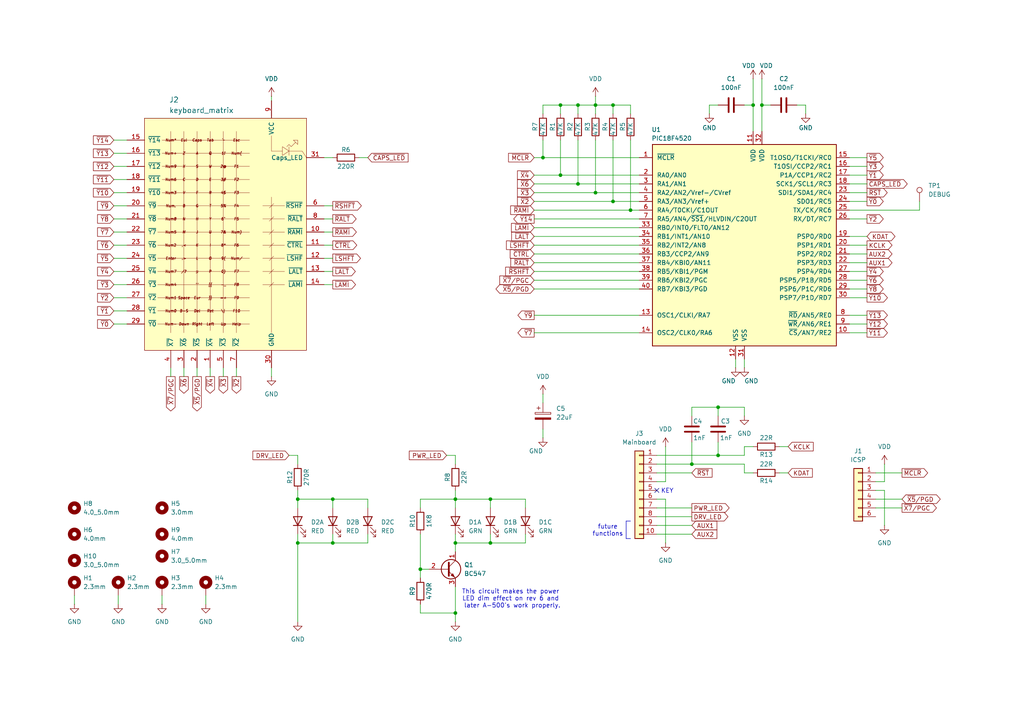
<source format=kicad_sch>
(kicad_sch (version 20250114) (generator "eeschema") (generator_version "9.0")
  (paper "A4")
  (title_block (title "Mitsumi PCB A-500 Redone") (date "2026-01-21") (rev "1.1") (company "Dennis van Weeren"))
  (text "KEY\n" (at 193.548 142.494 0) (effects (font (size 1.27 1.27))))
  (text "future\nfunctions" (at 176.276 153.924 0) (effects (font (size 1.27 1.27))))
  (text "This circuit makes the power \nLED dim effect on rev 6 and \nlater A-500's work properly." (at 148.59 173.736 0) (effects (font (size 1.27 1.27))))
  (junction (at 132.08 157.48))
  (junction (at 86.36 157.48))
  (junction (at 172.72 55.88))
  (junction (at 172.72 30.48))
  (junction (at 96.52 144.78))
  (junction (at 162.56 30.48))
  (junction (at 167.64 30.48))
  (junction (at 132.08 144.78))
  (junction (at 167.64 53.34))
  (junction (at 132.08 177.8))
  (junction (at 142.24 157.48))
  (junction (at 200.66 134.62))
  (junction (at 182.88 60.96))
  (junction (at 96.52 157.48))
  (junction (at 157.48 45.72))
  (junction (at 220.98 30.48))
  (junction (at 208.28 118.11))
  (junction (at 208.28 132.08))
  (junction (at 86.36 144.78))
  (junction (at 177.8 58.42))
  (junction (at 218.44 30.48))
  (junction (at 121.92 165.1))
  (junction (at 177.8 30.48))
  (junction (at 162.56 50.8))
  (junction (at 142.24 144.78))
  (no_connect (at 190.5 142.24))
  (wire (pts (xy 177.8 40.64) (xy 177.8 58.42)))
  (wire (pts (xy 190.5 137.16) (xy 200.66 137.16)))
  (wire (pts (xy 132.08 177.8) (xy 132.08 180.34)))
  (wire (pts (xy 246.38 50.8) (xy 251.46 50.8)))
  (wire (pts (xy 154.94 73.66) (xy 185.42 73.66)))
  (wire (pts (xy 154.94 83.82) (xy 185.42 83.82)))
  (wire (pts (xy 228.6 137.16) (xy 226.06 137.16)))
  (wire (pts (xy 157.48 45.72) (xy 185.42 45.72)))
  (wire (pts (xy 167.64 30.48) (xy 167.64 33.02)))
  (wire (pts (xy 96.52 82.55) (xy 93.98 82.55)))
  (wire (pts (xy 33.02 86.36) (xy 36.83 86.36)))
  (wire (pts (xy 154.94 63.5) (xy 185.42 63.5)))
  (wire (pts (xy 246.38 86.36) (xy 251.46 86.36)))
  (polyline (pts (xy 182.88 151.13) (xy 181.61 151.13)))
  (wire (pts (xy 233.68 30.48) (xy 233.68 33.02)))
  (polyline (pts (xy 181.61 151.13) (xy 181.61 156.21)))
  (wire (pts (xy 205.74 33.02) (xy 205.74 30.48)))
  (wire (pts (xy 33.02 52.07) (xy 36.83 52.07)))
  (wire (pts (xy 46.99 175.26) (xy 46.99 172.72)))
  (wire (pts (xy 34.29 175.26) (xy 34.29 172.72)))
  (wire (pts (xy 33.02 78.74) (xy 36.83 78.74)))
  (wire (pts (xy 256.54 139.7) (xy 256.54 134.62)))
  (wire (pts (xy 220.98 38.1) (xy 220.98 30.48)))
  (wire (pts (xy 157.48 30.48) (xy 162.56 30.48)))
  (wire (pts (xy 256.54 142.24) (xy 256.54 152.4)))
  (wire (pts (xy 33.02 71.12) (xy 36.83 71.12)))
  (wire (pts (xy 251.46 55.88) (xy 246.38 55.88)))
  (wire (pts (xy 200.66 118.11) (xy 208.28 118.11)))
  (wire (pts (xy 251.46 78.74) (xy 246.38 78.74)))
  (wire (pts (xy 246.38 60.96) (xy 266.7 60.96)))
  (wire (pts (xy 157.48 114.3) (xy 157.48 116.84)))
  (wire (pts (xy 162.56 40.64) (xy 162.56 50.8)))
  (wire (pts (xy 86.36 157.48) (xy 96.52 157.48)))
  (wire (pts (xy 86.36 142.24) (xy 86.36 144.78)))
  (wire (pts (xy 208.28 118.11) (xy 215.9 118.11)))
  (wire (pts (xy 132.08 157.48) (xy 132.08 160.02)))
  (wire (pts (xy 208.28 128.27) (xy 208.28 132.08)))
  (wire (pts (xy 266.7 60.96) (xy 266.7 58.42)))
  (wire (pts (xy 157.48 33.02) (xy 157.48 30.48)))
  (wire (pts (xy 162.56 50.8) (xy 185.42 50.8)))
  (wire (pts (xy 246.38 76.2) (xy 251.46 76.2)))
  (wire (pts (xy 251.46 53.34) (xy 246.38 53.34)))
  (wire (pts (xy 86.36 144.78) (xy 96.52 144.78)))
  (wire (pts (xy 96.52 74.93) (xy 93.98 74.93)))
  (wire (pts (xy 152.4 144.78) (xy 152.4 147.32)))
  (wire (pts (xy 205.74 30.48) (xy 208.28 30.48)))
  (wire (pts (xy 96.52 71.12) (xy 93.98 71.12)))
  (wire (pts (xy 78.74 109.22) (xy 78.74 106.68)))
  (wire (pts (xy 215.9 30.48) (xy 218.44 30.48)))
  (wire (pts (xy 215.9 118.11) (xy 215.9 120.65)))
  (wire (pts (xy 49.53 109.22) (xy 49.53 106.68)))
  (wire (pts (xy 162.56 30.48) (xy 167.64 30.48)))
  (wire (pts (xy 121.92 154.94) (xy 121.92 165.1)))
  (wire (pts (xy 64.77 109.22) (xy 64.77 106.68)))
  (wire (pts (xy 157.48 124.46) (xy 157.48 127)))
  (wire (pts (xy 59.69 175.26) (xy 59.69 172.72)))
  (wire (pts (xy 213.36 106.68) (xy 213.36 104.14)))
  (wire (pts (xy 246.38 68.58) (xy 251.46 68.58)))
  (wire (pts (xy 33.02 82.55) (xy 36.83 82.55)))
  (wire (pts (xy 78.74 27.94) (xy 78.74 29.21)))
  (wire (pts (xy 33.02 48.26) (xy 36.83 48.26)))
  (wire (pts (xy 142.24 144.78) (xy 152.4 144.78)))
  (wire (pts (xy 106.68 144.78) (xy 106.68 147.32)))
  (wire (pts (xy 190.5 134.62) (xy 200.66 134.62)))
  (wire (pts (xy 246.38 93.98) (xy 251.46 93.98)))
  (wire (pts (xy 251.46 71.12) (xy 246.38 71.12)))
  (wire (pts (xy 93.98 45.72) (xy 96.52 45.72)))
  (wire (pts (xy 162.56 33.02) (xy 162.56 30.48)))
  (wire (pts (xy 132.08 170.18) (xy 132.08 177.8)))
  (wire (pts (xy 154.94 96.52) (xy 185.42 96.52)))
  (wire (pts (xy 215.9 106.68) (xy 215.9 104.14)))
  (wire (pts (xy 33.02 90.17) (xy 36.83 90.17)))
  (wire (pts (xy 142.24 144.78) (xy 142.24 147.32)))
  (wire (pts (xy 254 137.16) (xy 261.62 137.16)))
  (wire (pts (xy 182.88 40.64) (xy 182.88 60.96)))
  (wire (pts (xy 96.52 144.78) (xy 96.52 147.32)))
  (wire (pts (xy 208.28 118.11) (xy 208.28 120.65)))
  (wire (pts (xy 121.92 144.78) (xy 121.92 147.32)))
  (wire (pts (xy 251.46 45.72) (xy 246.38 45.72)))
  (wire (pts (xy 246.38 63.5) (xy 251.46 63.5)))
  (wire (pts (xy 33.02 63.5) (xy 36.83 63.5)))
  (wire (pts (xy 193.04 144.78) (xy 193.04 157.48)))
  (wire (pts (xy 129.54 132.08) (xy 132.08 132.08)))
  (wire (pts (xy 86.36 144.78) (xy 86.36 147.32)))
  (wire (pts (xy 254 139.7) (xy 256.54 139.7)))
  (wire (pts (xy 167.64 53.34) (xy 185.42 53.34)))
  (wire (pts (xy 231.14 30.48) (xy 233.68 30.48)))
  (wire (pts (xy 132.08 132.08) (xy 132.08 134.62)))
  (wire (pts (xy 96.52 67.31) (xy 93.98 67.31)))
  (wire (pts (xy 33.02 40.64) (xy 36.83 40.64)))
  (wire (pts (xy 132.08 154.94) (xy 132.08 157.48)))
  (wire (pts (xy 154.94 91.44) (xy 185.42 91.44)))
  (wire (pts (xy 106.68 157.48) (xy 106.68 154.94)))
  (wire (pts (xy 218.44 22.86) (xy 218.44 30.48)))
  (wire (pts (xy 251.46 81.28) (xy 246.38 81.28)))
  (wire (pts (xy 96.52 78.74) (xy 93.98 78.74)))
  (wire (pts (xy 157.48 40.64) (xy 157.48 45.72)))
  (wire (pts (xy 246.38 96.52) (xy 251.46 96.52)))
  (wire (pts (xy 177.8 30.48) (xy 177.8 33.02)))
  (wire (pts (xy 121.92 165.1) (xy 124.46 165.1)))
  (wire (pts (xy 200.66 134.62) (xy 215.9 134.62)))
  (wire (pts (xy 154.94 66.04) (xy 185.42 66.04)))
  (wire (pts (xy 154.94 68.58) (xy 185.42 68.58)))
  (wire (pts (xy 172.72 30.48) (xy 177.8 30.48)))
  (wire (pts (xy 132.08 157.48) (xy 142.24 157.48)))
  (wire (pts (xy 190.5 139.7) (xy 193.04 139.7)))
  (wire (pts (xy 251.46 58.42) (xy 246.38 58.42)))
  (wire (pts (xy 190.5 149.86) (xy 200.66 149.86)))
  (wire (pts (xy 33.02 44.45) (xy 36.83 44.45)))
  (wire (pts (xy 167.64 30.48) (xy 172.72 30.48)))
  (wire (pts (xy 200.66 120.65) (xy 200.66 118.11)))
  (wire (pts (xy 254 147.32) (xy 261.62 147.32)))
  (wire (pts (xy 182.88 30.48) (xy 182.88 33.02)))
  (wire (pts (xy 251.46 83.82) (xy 246.38 83.82)))
  (wire (pts (xy 86.36 132.08) (xy 86.36 134.62)))
  (wire (pts (xy 154.94 78.74) (xy 185.42 78.74)))
  (wire (pts (xy 68.58 109.22) (xy 68.58 106.68)))
  (wire (pts (xy 190.5 152.4) (xy 200.66 152.4)))
  (wire (pts (xy 154.94 45.72) (xy 157.48 45.72)))
  (polyline (pts (xy 181.61 156.21) (xy 182.88 156.21)))
  (wire (pts (xy 132.08 144.78) (xy 132.08 147.32)))
  (wire (pts (xy 254 144.78) (xy 261.62 144.78)))
  (wire (pts (xy 215.9 134.62) (xy 215.9 137.16)))
  (wire (pts (xy 152.4 157.48) (xy 152.4 154.94)))
  (wire (pts (xy 218.44 30.48) (xy 218.44 38.1)))
  (wire (pts (xy 154.94 76.2) (xy 185.42 76.2)))
  (wire (pts (xy 60.96 109.22) (xy 60.96 106.68)))
  (wire (pts (xy 33.02 55.88) (xy 36.83 55.88)))
  (wire (pts (xy 172.72 40.64) (xy 172.72 55.88)))
  (wire (pts (xy 121.92 175.26) (xy 121.92 177.8)))
  (wire (pts (xy 167.64 40.64) (xy 167.64 53.34)))
  (wire (pts (xy 96.52 63.5) (xy 93.98 63.5)))
  (wire (pts (xy 96.52 59.69) (xy 93.98 59.69)))
  (wire (pts (xy 154.94 55.88) (xy 172.72 55.88)))
  (wire (pts (xy 177.8 58.42) (xy 185.42 58.42)))
  (wire (pts (xy 96.52 144.78) (xy 106.68 144.78)))
  (wire (pts (xy 172.72 27.94) (xy 172.72 30.48)))
  (wire (pts (xy 220.98 30.48) (xy 223.52 30.48)))
  (wire (pts (xy 193.04 129.54) (xy 193.04 139.7)))
  (wire (pts (xy 154.94 50.8) (xy 162.56 50.8)))
  (wire (pts (xy 172.72 30.48) (xy 172.72 33.02)))
  (wire (pts (xy 33.02 59.69) (xy 36.83 59.69)))
  (wire (pts (xy 154.94 53.34) (xy 167.64 53.34)))
  (wire (pts (xy 121.92 165.1) (xy 121.92 167.64)))
  (wire (pts (xy 254 142.24) (xy 256.54 142.24)))
  (wire (pts (xy 121.92 177.8) (xy 132.08 177.8)))
  (wire (pts (xy 86.36 154.94) (xy 86.36 157.48)))
  (wire (pts (xy 33.02 93.98) (xy 36.83 93.98)))
  (wire (pts (xy 53.34 109.22) (xy 53.34 106.68)))
  (wire (pts (xy 251.46 48.26) (xy 246.38 48.26)))
  (wire (pts (xy 132.08 144.78) (xy 142.24 144.78)))
  (wire (pts (xy 121.92 144.78) (xy 132.08 144.78)))
  (wire (pts (xy 215.9 137.16) (xy 218.44 137.16)))
  (wire (pts (xy 142.24 157.48) (xy 152.4 157.48)))
  (wire (pts (xy 190.5 154.94) (xy 200.66 154.94)))
  (wire (pts (xy 154.94 81.28) (xy 185.42 81.28)))
  (wire (pts (xy 172.72 55.88) (xy 185.42 55.88)))
  (wire (pts (xy 33.02 67.31) (xy 36.83 67.31)))
  (wire (pts (xy 218.44 129.54) (xy 215.9 129.54)))
  (wire (pts (xy 220.98 22.86) (xy 220.98 30.48)))
  (wire (pts (xy 208.28 132.08) (xy 215.9 132.08)))
  (wire (pts (xy 57.15 109.22) (xy 57.15 106.68)))
  (wire (pts (xy 228.6 129.54) (xy 226.06 129.54)))
  (wire (pts (xy 251.46 73.66) (xy 246.38 73.66)))
  (wire (pts (xy 33.02 74.93) (xy 36.83 74.93)))
  (wire (pts (xy 96.52 157.48) (xy 106.68 157.48)))
  (wire (pts (xy 215.9 129.54) (xy 215.9 132.08)))
  (wire (pts (xy 154.94 58.42) (xy 177.8 58.42)))
  (wire (pts (xy 200.66 128.27) (xy 200.66 134.62)))
  (wire (pts (xy 142.24 154.94) (xy 142.24 157.48)))
  (wire (pts (xy 96.52 154.94) (xy 96.52 157.48)))
  (wire (pts (xy 154.94 60.96) (xy 182.88 60.96)))
  (wire (pts (xy 246.38 91.44) (xy 251.46 91.44)))
  (wire (pts (xy 104.14 45.72) (xy 106.68 45.72)))
  (wire (pts (xy 190.5 144.78) (xy 193.04 144.78)))
  (wire (pts (xy 190.5 132.08) (xy 208.28 132.08)))
  (wire (pts (xy 154.94 71.12) (xy 185.42 71.12)))
  (wire (pts (xy 86.36 157.48) (xy 86.36 180.34)))
  (wire (pts (xy 182.88 60.96) (xy 185.42 60.96)))
  (wire (pts (xy 21.59 175.26) (xy 21.59 172.72)))
  (wire (pts (xy 177.8 30.48) (xy 182.88 30.48)))
  (wire (pts (xy 132.08 142.24) (xy 132.08 144.78)))
  (wire (pts (xy 83.82 132.08) (xy 86.36 132.08)))
  (wire (pts (xy 190.5 147.32) (xy 200.66 147.32)))
  (global_label "DRV_LED" (shape input) (at 83.82 132.08 180) (property "Intersheetrefs" "${INTERSHEET_REFS}" (effects (hide yes))))
  (global_label "~{X3}" (shape output) (at 64.77 109.22 270) (property "Intersheetrefs" "${INTERSHEET_REFS}" (effects (hide yes))))
  (global_label "~{X3}" (shape input) (at 154.94 55.88 180) (property "Intersheetrefs" "${INTERSHEET_REFS}" (effects (hide yes))))
  (global_label "~{RSHFT}" (shape output) (at 96.52 59.69 0) (property "Intersheetrefs" "${INTERSHEET_REFS}" (effects (hide yes))))
  (global_label "~{Y2}" (shape output) (at 251.46 63.5 0) (property "Intersheetrefs" "${INTERSHEET_REFS}" (effects (hide yes))))
  (global_label "~{LAMI}" (shape input) (at 154.94 66.04 180) (property "Intersheetrefs" "${INTERSHEET_REFS}" (effects (hide yes))))
  (global_label "DRV_LED" (shape output) (at 200.66 149.86 0) (property "Intersheetrefs" "${INTERSHEET_REFS}" (effects (hide yes))))
  (global_label "~{Y7}" (shape output) (at 154.94 96.52 180) (property "Intersheetrefs" "${INTERSHEET_REFS}" (effects (hide yes))))
  (global_label "~{X5}{slash}PGD" (shape output) (at 57.15 109.22 270) (property "Intersheetrefs" "${INTERSHEET_REFS}" (effects (hide yes))))
  (global_label "~{RAMI}" (shape output) (at 96.52 67.31 0) (property "Intersheetrefs" "${INTERSHEET_REFS}" (effects (hide yes))))
  (global_label "~{LSHFT}" (shape input) (at 154.94 71.12 180) (property "Intersheetrefs" "${INTERSHEET_REFS}" (effects (hide yes))))
  (global_label "~{LALT}" (shape output) (at 96.52 78.74 0) (property "Intersheetrefs" "${INTERSHEET_REFS}" (effects (hide yes))))
  (global_label "~{Y4}" (shape output) (at 251.46 78.74 0) (property "Intersheetrefs" "${INTERSHEET_REFS}" (effects (hide yes))))
  (global_label "~{X7}{slash}PGC" (shape input) (at 154.94 81.28 180) (property "Intersheetrefs" "${INTERSHEET_REFS}" (effects (hide yes))))
  (global_label "AUX1" (shape output) (at 251.46 76.2 0) (property "Intersheetrefs" "${INTERSHEET_REFS}" (effects (hide yes))))
  (global_label "~{Y14}" (shape output) (at 154.94 63.5 180) (property "Intersheetrefs" "${INTERSHEET_REFS}" (effects (hide yes))))
  (global_label "KCLK" (shape input) (at 228.6 129.54 0) (property "Intersheetrefs" "${INTERSHEET_REFS}" (effects (hide yes))))
  (global_label "~{X4}" (shape input) (at 154.94 50.8 180) (property "Intersheetrefs" "${INTERSHEET_REFS}" (effects (hide yes))))
  (global_label "~{Y8}" (shape input) (at 33.02 63.5 180) (property "Intersheetrefs" "${INTERSHEET_REFS}" (effects (hide yes))))
  (global_label "~{Y10}" (shape input) (at 33.02 55.88 180) (property "Intersheetrefs" "${INTERSHEET_REFS}" (effects (hide yes))))
  (global_label "~{Y9}" (shape output) (at 154.94 91.44 180) (property "Intersheetrefs" "${INTERSHEET_REFS}" (effects (hide yes))))
  (global_label "AUX1" (shape input) (at 200.66 152.4 0) (property "Intersheetrefs" "${INTERSHEET_REFS}" (effects (hide yes))))
  (global_label "~{X2}" (shape input) (at 154.94 58.42 180) (property "Intersheetrefs" "${INTERSHEET_REFS}" (effects (hide yes))))
  (global_label "~{RST}" (shape output) (at 251.46 55.88 0) (property "Intersheetrefs" "${INTERSHEET_REFS}" (effects (hide yes))))
  (global_label "~{Y6}" (shape input) (at 33.02 71.12 180) (property "Intersheetrefs" "${INTERSHEET_REFS}" (effects (hide yes))))
  (global_label "~{Y3}" (shape output) (at 251.46 48.26 0) (property "Intersheetrefs" "${INTERSHEET_REFS}" (effects (hide yes))))
  (global_label "~{X5}{slash}PGD" (shape bidirectional) (at 154.94 83.82 180) (property "Intersheetrefs" "${INTERSHEET_REFS}" (effects (hide yes))))
  (global_label "~{RALT}" (shape input) (at 154.94 76.2 180) (property "Intersheetrefs" "${INTERSHEET_REFS}" (effects (hide yes))))
  (global_label "PWR_LED" (shape input) (at 129.54 132.08 180) (property "Intersheetrefs" "${INTERSHEET_REFS}" (effects (hide yes))))
  (global_label "~{X6}" (shape input) (at 154.94 53.34 180) (property "Intersheetrefs" "${INTERSHEET_REFS}" (effects (hide yes))))
  (global_label "~{RAMI}" (shape input) (at 154.94 60.96 180) (property "Intersheetrefs" "${INTERSHEET_REFS}" (effects (hide yes))))
  (global_label "~{Y12}" (shape input) (at 33.02 48.26 180) (property "Intersheetrefs" "${INTERSHEET_REFS}" (effects (hide yes))))
  (global_label "KDAT" (shape bidirectional) (at 251.46 68.58 0) (property "Intersheetrefs" "${INTERSHEET_REFS}" (effects (hide yes))))
  (global_label "~{RALT}" (shape output) (at 96.52 63.5 0) (property "Intersheetrefs" "${INTERSHEET_REFS}" (effects (hide yes))))
  (global_label "PWR_LED" (shape output) (at 200.66 147.32 0) (property "Intersheetrefs" "${INTERSHEET_REFS}" (effects (hide yes))))
  (global_label "~{CAPS_LED}" (shape output) (at 251.46 53.34 0) (property "Intersheetrefs" "${INTERSHEET_REFS}" (effects (hide yes))))
  (global_label "KCLK" (shape output) (at 251.46 71.12 0) (property "Intersheetrefs" "${INTERSHEET_REFS}" (effects (hide yes))))
  (global_label "~{Y5}" (shape output) (at 251.46 45.72 0) (property "Intersheetrefs" "${INTERSHEET_REFS}" (effects (hide yes))))
  (global_label "~{Y3}" (shape input) (at 33.02 82.55 180) (property "Intersheetrefs" "${INTERSHEET_REFS}" (effects (hide yes))))
  (global_label "~{Y14}" (shape input) (at 33.02 40.64 180) (property "Intersheetrefs" "${INTERSHEET_REFS}" (effects (hide yes))))
  (global_label "~{Y2}" (shape input) (at 33.02 86.36 180) (property "Intersheetrefs" "${INTERSHEET_REFS}" (effects (hide yes))))
  (global_label "~{X5}{slash}PGD" (shape bidirectional) (at 261.62 144.78 0) (property "Intersheetrefs" "${INTERSHEET_REFS}" (effects (hide yes))))
  (global_label "~{Y11}" (shape output) (at 251.46 96.52 0) (property "Intersheetrefs" "${INTERSHEET_REFS}" (effects (hide yes))))
  (global_label "~{Y8}" (shape output) (at 251.46 83.82 0) (property "Intersheetrefs" "${INTERSHEET_REFS}" (effects (hide yes))))
  (global_label "~{Y0}" (shape input) (at 33.02 93.98 180) (property "Intersheetrefs" "${INTERSHEET_REFS}" (effects (hide yes))))
  (global_label "~{X6}" (shape output) (at 53.34 109.22 270) (property "Intersheetrefs" "${INTERSHEET_REFS}" (effects (hide yes))))
  (global_label "~{Y6}" (shape output) (at 251.46 81.28 0) (property "Intersheetrefs" "${INTERSHEET_REFS}" (effects (hide yes))))
  (global_label "~{RST}" (shape input) (at 200.66 137.16 0) (property "Intersheetrefs" "${INTERSHEET_REFS}" (effects (hide yes))))
  (global_label "~{LSHFT}" (shape output) (at 96.52 74.93 0) (property "Intersheetrefs" "${INTERSHEET_REFS}" (effects (hide yes))))
  (global_label "~{X7}{slash}PGC" (shape output) (at 49.53 109.22 270) (property "Intersheetrefs" "${INTERSHEET_REFS}" (effects (hide yes))))
  (global_label "~{MCLR}" (shape input) (at 154.94 45.72 180) (property "Intersheetrefs" "${INTERSHEET_REFS}" (effects (hide yes))))
  (global_label "~{Y9}" (shape input) (at 33.02 59.69 180) (property "Intersheetrefs" "${INTERSHEET_REFS}" (effects (hide yes))))
  (global_label "~{Y0}" (shape output) (at 251.46 58.42 0) (property "Intersheetrefs" "${INTERSHEET_REFS}" (effects (hide yes))))
  (global_label "~{Y13}" (shape output) (at 251.46 91.44 0) (property "Intersheetrefs" "${INTERSHEET_REFS}" (effects (hide yes))))
  (global_label "~{X7}{slash}PGC" (shape output) (at 261.62 147.32 0) (property "Intersheetrefs" "${INTERSHEET_REFS}" (effects (hide yes))))
  (global_label "~{X4}" (shape output) (at 60.96 109.22 270) (property "Intersheetrefs" "${INTERSHEET_REFS}" (effects (hide yes))))
  (global_label "~{Y1}" (shape output) (at 251.46 50.8 0) (property "Intersheetrefs" "${INTERSHEET_REFS}" (effects (hide yes))))
  (global_label "AUX2" (shape input) (at 200.66 154.94 0) (property "Intersheetrefs" "${INTERSHEET_REFS}" (effects (hide yes))))
  (global_label "~{X2}" (shape output) (at 68.58 109.22 270) (property "Intersheetrefs" "${INTERSHEET_REFS}" (effects (hide yes))))
  (global_label "~{Y12}" (shape output) (at 251.46 93.98 0) (property "Intersheetrefs" "${INTERSHEET_REFS}" (effects (hide yes))))
  (global_label "~{Y7}" (shape input) (at 33.02 67.31 180) (property "Intersheetrefs" "${INTERSHEET_REFS}" (effects (hide yes))))
  (global_label "~{CTRL}" (shape input) (at 154.94 73.66 180) (property "Intersheetrefs" "${INTERSHEET_REFS}" (effects (hide yes))))
  (global_label "~{Y10}" (shape output) (at 251.46 86.36 0) (property "Intersheetrefs" "${INTERSHEET_REFS}" (effects (hide yes))))
  (global_label "~{Y4}" (shape input) (at 33.02 78.74 180) (property "Intersheetrefs" "${INTERSHEET_REFS}" (effects (hide yes))))
  (global_label "~{MCLR}" (shape output) (at 261.62 137.16 0) (property "Intersheetrefs" "${INTERSHEET_REFS}" (effects (hide yes))))
  (global_label "KDAT" (shape input) (at 228.6 137.16 0) (property "Intersheetrefs" "${INTERSHEET_REFS}" (effects (hide yes))))
  (global_label "~{CTRL}" (shape output) (at 96.52 71.12 0) (property "Intersheetrefs" "${INTERSHEET_REFS}" (effects (hide yes))))
  (global_label "~{RSHFT}" (shape input) (at 154.94 78.74 180) (property "Intersheetrefs" "${INTERSHEET_REFS}" (effects (hide yes))))
  (global_label "AUX2" (shape output) (at 251.46 73.66 0) (property "Intersheetrefs" "${INTERSHEET_REFS}" (effects (hide yes))))
  (global_label "~{Y1}" (shape input) (at 33.02 90.17 180) (property "Intersheetrefs" "${INTERSHEET_REFS}" (effects (hide yes))))
  (global_label "~{Y5}" (shape input) (at 33.02 74.93 180) (property "Intersheetrefs" "${INTERSHEET_REFS}" (effects (hide yes))))
  (global_label "~{Y11}" (shape input) (at 33.02 52.07 180) (property "Intersheetrefs" "${INTERSHEET_REFS}" (effects (hide yes))))
  (global_label "~{CAPS_LED}" (shape input) (at 106.68 45.72 0) (property "Intersheetrefs" "${INTERSHEET_REFS}" (effects (hide yes))))
  (global_label "~{LAMI}" (shape output) (at 96.52 82.55 0) (property "Intersheetrefs" "${INTERSHEET_REFS}" (effects (hide yes))))
  (global_label "~{LALT}" (shape input) (at 154.94 68.58 180) (property "Intersheetrefs" "${INTERSHEET_REFS}" (effects (hide yes))))
  (global_label "~{Y13}" (shape input) (at 33.02 44.45 180) (property "Intersheetrefs" "${INTERSHEET_REFS}" (effects (hide yes))))
  (symbol (lib_id "power:VDD") (at 220.98 22.86 0) (unit 1)
    (property "Reference" "#PWR015" (effects (hide yes)))
    (property "Value" "VDD" (at 222.25 19.05 0))
    (property "Description" "Power symbol creates a global label with name \"VDD\"" (effects (hide yes)))
  )
  (symbol (lib_id "Mechanical:MountingHole") (at 46.99 161.29 0) (unit 1) (in_bom no)
    (property "Reference" "H7" (at 49.53 160.0199 0) (effects (justify left)))
    (property "Value" "3.0_5.0mm" (at 49.53 162.5599 0) (effects (justify left)))
    (property "Footprint" "Library:mountinghole_3.0_5.0" (effects (hide yes)))
    (property "Description" "Mounting Hole without connection" (effects (hide yes)))
  )
  (symbol (lib_id "a500_kyb:PIC18F4520") (at 215.9 71.12 0) (unit 1)
    (property "Reference" "U1" (at 188.976 37.592 0) (effects (justify left)))
    (property "Value" "PIC18F4520" (at 188.976 40.132 0) (effects (justify left)))
    (property "Footprint" "Package_DIP:DIP-40_W15.24mm" (effects (hide yes)))
    (property "Datasheet" "https://ww1.microchip.com/downloads/aemDocuments/documents/OTH/ProductDocuments/DataSheets/PIC18F2420-2520-4420-4520-28-40-44-Pin-Microcontrollers-with-XLP-Technology-30009613F.pdf" (effects (hide yes)))
    (property "Description" "40pin microcontroller" (effects (hide yes)))
    (property "MPN" "PIC18F4520-I/P" (effects (hide yes)))
    (property "Manufacturer" "Microchip" (effects (hide yes)))
  )
  (symbol (lib_id "power:VDD") (at 193.04 129.54 0) (unit 1)
    (property "Reference" "#PWR06" (effects (hide yes)))
    (property "Value" "VDD" (at 193.04 124.46 0))
    (property "Description" "Power symbol creates a global label with name \"VDD\"" (effects (hide yes)))
  )
  (symbol (lib_id "power:GND") (at 34.29 175.26 0) (unit 1)
    (property "Reference" "#PWR018" (effects (hide yes)))
    (property "Value" "GND" (at 34.29 180.34 0))
    (property "Description" "Power symbol creates a global label with name \"GND\" , ground" (effects (hide yes)))
  )
  (symbol (lib_id "Mechanical:MountingHole") (at 46.99 147.32 0) (unit 1) (in_bom no)
    (property "Reference" "H5" (at 49.53 146.0499 0) (effects (justify left)))
    (property "Value" "3.0mm" (at 49.53 148.5899 0) (effects (justify left)))
    (property "Footprint" "MountingHole:MountingHole_3mm" (effects (hide yes)))
    (property "Description" "Mounting Hole without connection" (effects (hide yes)))
  )
  (symbol (lib_id "power:GND") (at 193.04 157.48 0) (unit 1)
    (property "Reference" "#PWR05" (effects (hide yes)))
    (property "Value" "GND" (at 193.04 162.56 0))
    (property "Description" "Power symbol creates a global label with name \"GND\" , ground" (effects (hide yes)))
  )
  (symbol (lib_id "power:VDD") (at 172.72 27.94 0) (unit 1)
    (property "Reference" "#PWR04" (effects (hide yes)))
    (property "Value" "VDD" (at 172.72 22.86 0))
    (property "Description" "Power symbol creates a global label with name \"VDD\"" (effects (hide yes)))
  )
  (symbol (lib_id "power:VDD") (at 218.44 22.86 0) (unit 1)
    (property "Reference" "#PWR014" (effects (hide yes)))
    (property "Value" "VDD" (at 217.17 19.05 0))
    (property "Description" "Power symbol creates a global label with name \"VDD\"" (effects (hide yes)))
  )
  (symbol (lib_id "a500_kyb:A500_triple_LED_equivalent") (at 132.08 151.13 90) (unit 1)
    (property "Reference" "D1" (at 135.89 151.4474 90) (effects (justify right)))
    (property "Value" "GRN" (at 135.89 153.9874 90) (effects (justify right)))
    (property "Footprint" "Library:A500_triple_LED_equivalent" (effects (hide yes)))
    (property "Description" "Light emitting diode" (effects (hide yes)))
    (property "Sim.Pins" "1=K 2=A" (effects (hide yes)))
  )
  (symbol (lib_id "Device:R") (at 222.25 137.16 270) (unit 1)
    (property "Reference" "R14" (at 222.25 139.446 90))
    (property "Value" "22R" (at 222.25 134.62 90))
    (property "Footprint" "Resistor_THT:R_Axial_DIN0207_L6.3mm_D2.5mm_P10.16mm_Horizontal" (effects (hide yes)))
    (property "Description" "Resistor" (effects (hide yes)))
    (property "MPN" "MF0207FTE52-22R" (effects (hide yes)))
    (property "Manufacturer" "Yageo" (effects (hide yes)))
  )
  (symbol (lib_id "Mechanical:MountingHole_Pad") (at 34.29 170.18 0) (unit 1) (in_bom no)
    (property "Reference" "H2" (at 36.83 167.6399 0) (effects (justify left)))
    (property "Value" "2.3mm" (at 36.83 170.1799 0) (effects (justify left)))
    (property "Footprint" "Library:MountingHole_2.3mm_Pad" (effects (hide yes)))
    (property "Description" "Mounting Hole with connection" (effects (hide yes)))
  )
  (symbol (lib_id "a500_kyb:A500_triple_LED_equivalent") (at 152.4 151.13 90) (unit 3)
    (property "Reference" "D1" (at 156.21 151.4474 90) (effects (justify right)))
    (property "Value" "GRN" (at 156.21 153.9874 90) (effects (justify right)))
    (property "Footprint" "Library:A500_triple_LED_equivalent" (effects (hide yes)))
    (property "Description" "Light emitting diode" (effects (hide yes)))
    (property "Sim.Pins" "1=K 2=A" (effects (hide yes)))
  )
  (symbol (lib_id "Device:C_Polarized") (at 157.48 120.65 0) (unit 1)
    (property "Reference" "C5" (at 161.29 118.4909 0) (effects (justify left)))
    (property "Value" "22uF" (at 161.29 121.0309 0) (effects (justify left)))
    (property "Footprint" "Capacitor_THT:CP_Radial_D6.3mm_P2.50mm" (effects (hide yes)))
    (property "Description" "Polarized capacitor" (effects (hide yes)))
    (property "MPN" "EEA-GA1C220H" (effects (hide yes)))
    (property "Manufacturer" "Panasonic" (effects (hide yes)))
  )
  (symbol (lib_id "power:GND") (at 205.74 33.02 0) (unit 1)
    (property "Reference" "#PWR013" (effects (hide yes)))
    (property "Value" "GND" (at 205.74 37.084 0))
    (property "Description" "Power symbol creates a global label with name \"GND\" , ground" (effects (hide yes)))
  )
  (symbol (lib_id "Mechanical:MountingHole") (at 21.59 147.32 0) (unit 1) (in_bom no)
    (property "Reference" "H8" (at 24.13 146.0499 0) (effects (justify left)))
    (property "Value" "4.0_5.0mm" (at 24.13 148.5899 0) (effects (justify left)))
    (property "Footprint" "Library:mountinghole_4.0_5.0" (effects (hide yes)))
    (property "Description" "Mounting Hole without connection" (effects (hide yes)))
  )
  (symbol (lib_id "power:GND") (at 132.08 180.34 0) (unit 1)
    (property "Reference" "#PWR07" (effects (hide yes)))
    (property "Value" "GND" (at 132.08 185.42 0))
    (property "Description" "Power symbol creates a global label with name \"GND\" , ground" (effects (hide yes)))
  )
  (symbol (lib_id "power:VDD") (at 256.54 134.62 0) (unit 1)
    (property "Reference" "#PWR02" (effects (hide yes)))
    (property "Value" "VDD" (at 256.54 129.54 0))
    (property "Description" "Power symbol creates a global label with name \"VDD\"" (effects (hide yes)))
  )
  (symbol (lib_id "Device:R") (at 182.88 36.83 0) (unit 1)
    (property "Reference" "R5" (at 180.594 38.1 90) (effects (justify left)))
    (property "Value" "47K" (at 182.88 39.37 90) (effects (justify left)))
    (property "Footprint" "Resistor_THT:R_Axial_DIN0207_L6.3mm_D2.5mm_P10.16mm_Horizontal" (effects (hide yes)))
    (property "Description" "Resistor" (effects (hide yes)))
    (property "MPN" "MF0207FTE52-47K" (effects (hide yes)))
    (property "Manufacturer" "Yageo" (effects (hide yes)))
  )
  (symbol (lib_id "a500_kyb:A500_triple_LED_equivalent") (at 96.52 151.13 90) (unit 2)
    (property "Reference" "D2" (at 100.33 151.4474 90) (effects (justify right)))
    (property "Value" "RED" (at 100.33 153.9874 90) (effects (justify right)))
    (property "Footprint" "Library:A500_triple_LED_equivalent" (effects (hide yes)))
    (property "Description" "Light emitting diode" (effects (hide yes)))
    (property "Sim.Pins" "1=K 2=A" (effects (hide yes)))
  )
  (symbol (lib_id "power:GND") (at 157.48 127 0) (unit 1)
    (property "Reference" "#PWR021" (effects (hide yes)))
    (property "Value" "GND" (at 155.448 130.81 0))
    (property "Description" "Power symbol creates a global label with name \"GND\" , ground" (effects (hide yes)))
  )
  (symbol (lib_id "power:GND") (at 78.74 109.22 0) (unit 1)
    (property "Reference" "#PWR01" (effects (hide yes)))
    (property "Value" "GND" (at 78.74 114.3 0))
    (property "Description" "Power symbol creates a global label with name \"GND\" , ground" (effects (hide yes)))
  )
  (symbol (lib_id "Transistor_BJT:BC547") (at 129.54 165.1 0) (unit 1)
    (property "Reference" "Q1" (at 134.62 163.8299 0) (effects (justify left)))
    (property "Value" "BC547" (at 134.62 166.3699 0) (effects (justify left)))
    (property "Footprint" "Library:TO-92_HandSolder_modified" (effects (hide yes)))
    (property "Datasheet" "https://www.onsemi.com/pub/Collateral/BC550-D.pdf" (effects (hide yes)))
    (property "Description" "0.1A Ic, 45V Vce, Small Signal NPN Transistor, TO-92" (effects (hide yes)))
    (property "MPN" "BC547C" (effects (hide yes)))
  )
  (symbol (lib_id "power:GND") (at 215.9 120.65 0) (unit 1)
    (property "Reference" "#PWR017" (effects (hide yes)))
    (property "Value" "GND" (at 215.9 125.73 0))
    (property "Description" "Power symbol creates a global label with name \"GND\" , ground" (effects (hide yes)))
  )
  (symbol (lib_id "Device:C") (at 208.28 124.46 180) (unit 1)
    (property "Reference" "C3" (at 209.042 122.174 0) (effects (justify right)))
    (property "Value" "1nF" (at 208.788 127 0) (effects (justify right)))
    (property "Footprint" "Capacitor_THT:C_Disc_D4.3mm_W1.9mm_P5.00mm" (effects (hide yes)))
    (property "Description" "Unpolarized capacitor" (effects (hide yes)))
    (property "MPN" "D102K20Y5PH63J5R" (effects (hide yes)))
    (property "Manufacturer" "Vishay" (effects (hide yes)))
  )
  (symbol (lib_id "Mechanical:MountingHole_Pad") (at 46.99 170.18 0) (unit 1) (in_bom no)
    (property "Reference" "H3" (at 49.53 167.6399 0) (effects (justify left)))
    (property "Value" "2.3mm" (at 49.53 170.1799 0) (effects (justify left)))
    (property "Footprint" "Library:MountingHole_2.3mm_Pad" (effects (hide yes)))
    (property "Description" "Mounting Hole with connection" (effects (hide yes)))
  )
  (symbol (lib_id "power:VDD") (at 157.48 114.3 0) (unit 1)
    (property "Reference" "#PWR022" (effects (hide yes)))
    (property "Value" "VDD" (at 157.48 109.22 0))
    (property "Description" "Power symbol creates a global label with name \"VDD\"" (effects (hide yes)))
  )
  (symbol (lib_id "a500_kyb:A500_triple_LED_equivalent") (at 106.68 151.13 90) (unit 3)
    (property "Reference" "D2" (at 110.49 151.4474 90) (effects (justify right)))
    (property "Value" "RED" (at 110.49 153.9874 90) (effects (justify right)))
    (property "Footprint" "Library:A500_triple_LED_equivalent" (effects (hide yes)))
    (property "Description" "Light emitting diode" (effects (hide yes)))
    (property "Sim.Pins" "1=K 2=A" (effects (hide yes)))
  )
  (symbol (lib_id "Device:C") (at 212.09 30.48 90) (unit 1)
    (property "Reference" "C1" (at 212.09 22.86 90))
    (property "Value" "100nF" (at 212.09 25.4 90))
    (property "Footprint" "Capacitor_THT:C_Axial_L3.8mm_D2.6mm_P7.50mm_Horizontal" (effects (hide yes)))
    (property "Description" "Unpolarized capacitor" (effects (hide yes)))
    (property "MPN" "A104K15X7RF5UAA" (effects (hide yes)))
    (property "Manufacturer" "Vishay" (effects (hide yes)))
  )
  (symbol (lib_id "a500_kyb:A500_triple_LED_equivalent") (at 86.36 151.13 90) (unit 1)
    (property "Reference" "D2" (at 90.17 151.4474 90) (effects (justify right)))
    (property "Value" "RED" (at 90.17 153.9874 90) (effects (justify right)))
    (property "Footprint" "Library:A500_triple_LED_equivalent" (effects (hide yes)))
    (property "Description" "Light emitting diode" (effects (hide yes)))
    (property "Sim.Pins" "1=K 2=A" (effects (hide yes)))
  )
  (symbol (lib_id "Device:C") (at 227.33 30.48 90) (unit 1)
    (property "Reference" "C2" (at 227.33 22.86 90))
    (property "Value" "100nF" (at 227.33 25.4 90))
    (property "Footprint" "Capacitor_THT:C_Axial_L3.8mm_D2.6mm_P7.50mm_Horizontal" (effects (hide yes)))
    (property "Description" "Unpolarized capacitor" (effects (hide yes)))
    (property "MPN" "A104K15X7RF5UAA" (effects (hide yes)))
    (property "Manufacturer" "Vishay" (effects (hide yes)))
  )
  (symbol (lib_id "power:GND") (at 256.54 152.4 0) (unit 1)
    (property "Reference" "#PWR03" (effects (hide yes)))
    (property "Value" "GND" (at 256.54 157.48 0))
    (property "Description" "Power symbol creates a global label with name \"GND\" , ground" (effects (hide yes)))
  )
  (symbol (lib_id "a500_kyb:keyboard_matrix Mitsumi Amiga 500") (at 67.31 67.31 0) (unit 1)
    (property "Reference" "J2" (at 49.022 28.956 0) (effects (font (size 1.524 1.524)) (justify left)))
    (property "Value" "keyboard_matrix" (at 49.022 32.004 0) (effects (font (size 1.524 1.524)) (justify left)))
    (property "Footprint" "Library:39-53-2315" (effects (hide yes)))
    (property "MPN" "39-53-2315" (effects (hide yes)))
    (property "Manufacturer" "Molex" (effects (hide yes)))
  )
  (symbol (lib_id "power:GND") (at 233.68 33.02 0) (unit 1)
    (property "Reference" "#PWR012" (effects (hide yes)))
    (property "Value" "GND" (at 233.68 37.084 0))
    (property "Description" "Power symbol creates a global label with name \"GND\" , ground" (effects (hide yes)))
  )
  (symbol (lib_id "Mechanical:MountingHole") (at 21.59 162.56 0) (unit 1) (in_bom no)
    (property "Reference" "H10" (at 24.13 161.2899 0) (effects (justify left)))
    (property "Value" "3.0_5.0mm" (at 24.13 163.8299 0) (effects (justify left)))
    (property "Footprint" "Library:mountinghole_3.0_5.0" (effects (hide yes)))
    (property "Description" "Mounting Hole without connection" (effects (hide yes)))
  )
  (symbol (lib_id "power:VDD") (at 78.74 27.94 0) (unit 1)
    (property "Reference" "#PWR011" (effects (hide yes)))
    (property "Value" "VDD" (at 78.74 22.86 0))
    (property "Description" "Power symbol creates a global label with name \"VDD\"" (effects (hide yes)))
  )
  (symbol (lib_id "power:GND") (at 215.9 106.68 0) (unit 1)
    (property "Reference" "#PWR010" (effects (hide yes)))
    (property "Value" "GND" (at 217.932 110.49 0))
    (property "Description" "Power symbol creates a global label with name \"GND\" , ground" (effects (hide yes)))
  )
  (symbol (lib_id "Device:R") (at 157.48 36.83 0) (unit 1)
    (property "Reference" "R7" (at 155.194 38.1 90) (effects (justify left)))
    (property "Value" "47K" (at 157.48 39.37 90) (effects (justify left)))
    (property "Footprint" "Resistor_THT:R_Axial_DIN0207_L6.3mm_D2.5mm_P10.16mm_Horizontal" (effects (hide yes)))
    (property "Description" "Resistor" (effects (hide yes)))
    (property "MPN" "MF0207FTE52-47K" (effects (hide yes)))
    (property "Manufacturer" "Yageo" (effects (hide yes)))
  )
  (symbol (lib_id "Device:R") (at 172.72 36.83 0) (unit 1)
    (property "Reference" "R3" (at 170.434 38.1 90) (effects (justify left)))
    (property "Value" "47K" (at 172.72 39.37 90) (effects (justify left)))
    (property "Footprint" "Resistor_THT:R_Axial_DIN0207_L6.3mm_D2.5mm_P10.16mm_Horizontal" (effects (hide yes)))
    (property "Description" "Resistor" (effects (hide yes)))
    (property "MPN" "MF0207FTE52-47K" (effects (hide yes)))
    (property "Manufacturer" "Yageo" (effects (hide yes)))
  )
  (symbol (lib_id "power:GND") (at 213.36 106.68 0) (unit 1)
    (property "Reference" "#PWR09" (effects (hide yes)))
    (property "Value" "GND" (at 211.328 110.49 0))
    (property "Description" "Power symbol creates a global label with name \"GND\" , ground" (effects (hide yes)))
  )
  (symbol (lib_id "Device:R") (at 222.25 129.54 270) (unit 1)
    (property "Reference" "R13" (at 222.25 131.826 90))
    (property "Value" "22R" (at 222.25 127 90))
    (property "Footprint" "Resistor_THT:R_Axial_DIN0207_L6.3mm_D2.5mm_P10.16mm_Horizontal" (effects (hide yes)))
    (property "Description" "Resistor" (effects (hide yes)))
    (property "MPN" "MF0207FTE52-22R" (effects (hide yes)))
    (property "Manufacturer" "Yageo" (effects (hide yes)))
  )
  (symbol (lib_id "Mechanical:MountingHole") (at 46.99 154.94 0) (unit 1) (in_bom no)
    (property "Reference" "H9" (at 49.53 153.6699 0) (effects (justify left)))
    (property "Value" "4.0mm" (at 49.53 156.2099 0) (effects (justify left)))
    (property "Footprint" "MountingHole:MountingHole_4mm" (effects (hide yes)))
    (property "Description" "Mounting Hole without connection" (effects (hide yes)))
  )
  (symbol (lib_id "Device:R") (at 132.08 138.43 180) (unit 1)
    (property "Reference" "R8" (at 129.794 138.43 90))
    (property "Value" "22R" (at 134.62 138.43 90))
    (property "Footprint" "Resistor_THT:R_Axial_DIN0207_L6.3mm_D2.5mm_P10.16mm_Horizontal" (effects (hide yes)))
    (property "Description" "Resistor" (effects (hide yes)))
    (property "MPN" "MF0207FTE52-22R" (effects (hide yes)))
    (property "Manufacturer" "Yageo" (effects (hide yes)))
  )
  (symbol (lib_id "Mechanical:MountingHole_Pad") (at 59.69 170.18 0) (unit 1) (in_bom no)
    (property "Reference" "H4" (at 62.23 167.6399 0) (effects (justify left)))
    (property "Value" "2.3mm" (at 62.23 170.1799 0) (effects (justify left)))
    (property "Footprint" "Library:MountingHole_2.3mm_Pad" (effects (hide yes)))
    (property "Description" "Mounting Hole with connection" (effects (hide yes)))
  )
  (symbol (lib_id "Device:R") (at 86.36 138.43 180) (unit 1)
    (property "Reference" "R12" (at 84.074 138.43 90))
    (property "Value" "270R" (at 88.9 138.43 90))
    (property "Footprint" "Resistor_THT:R_Axial_DIN0207_L6.3mm_D2.5mm_P10.16mm_Horizontal" (effects (hide yes)))
    (property "Description" "Resistor" (effects (hide yes)))
    (property "MPN" "MF0207FTE52-270R" (effects (hide yes)))
    (property "Manufacturer" "Yageo" (effects (hide yes)))
  )
  (symbol (lib_id "Connector:TestPoint") (at 266.7 58.42 0) (unit 1) (in_bom no)
    (property "Reference" "TP1" (at 269.24 53.8479 0) (effects (justify left)))
    (property "Value" "DEBUG" (at 269.24 56.3879 0) (effects (justify left)))
    (property "Footprint" "TestPoint:TestPoint_THTPad_D2.0mm_Drill1.0mm" (effects (hide yes)))
    (property "Description" "test point" (effects (hide yes)))
  )
  (symbol (lib_id "Device:R") (at 121.92 171.45 180) (unit 1)
    (property "Reference" "R9" (at 119.634 171.45 90))
    (property "Value" "470R" (at 124.46 171.45 90))
    (property "Footprint" "Resistor_THT:R_Axial_DIN0207_L6.3mm_D2.5mm_P10.16mm_Horizontal" (effects (hide yes)))
    (property "Description" "Resistor" (effects (hide yes)))
    (property "MPN" "MF0207FTE52-470R" (effects (hide yes)))
    (property "Manufacturer" "Yageo" (effects (hide yes)))
  )
  (symbol (lib_id "Device:R") (at 177.8 36.83 0) (unit 1)
    (property "Reference" "R4" (at 175.514 38.1 90) (effects (justify left)))
    (property "Value" "47K" (at 177.8 39.37 90) (effects (justify left)))
    (property "Footprint" "Resistor_THT:R_Axial_DIN0207_L6.3mm_D2.5mm_P10.16mm_Horizontal" (effects (hide yes)))
    (property "Description" "Resistor" (effects (hide yes)))
    (property "MPN" "MF0207FTE52-47K" (effects (hide yes)))
    (property "Manufacturer" "Yageo" (effects (hide yes)))
  )
  (symbol (lib_id "Connector_Generic:Conn_01x06") (at 248.92 142.24 0) (mirror y) (unit 1) (in_bom no)
    (property "Reference" "J1" (at 248.92 130.81 0))
    (property "Value" "ICSP" (at 248.92 133.35 0))
    (property "Footprint" "Connector_PinHeader_2.54mm:PinHeader_1x06_P2.54mm_Vertical" (effects (hide yes)))
    (property "Description" "Generic connector, single row, 01x06, script generated (kicad-library-utils/schlib/autogen/connector/)" (effects (hide yes)))
  )
  (symbol (lib_id "power:GND") (at 21.59 175.26 0) (unit 1)
    (property "Reference" "#PWR016" (effects (hide yes)))
    (property "Value" "GND" (at 21.59 180.34 0))
    (property "Description" "Power symbol creates a global label with name \"GND\" , ground" (effects (hide yes)))
  )
  (symbol (lib_id "Device:R") (at 121.92 151.13 180) (unit 1)
    (property "Reference" "R10" (at 119.634 151.13 90))
    (property "Value" "1K8" (at 124.46 151.13 90))
    (property "Footprint" "Resistor_THT:R_Axial_DIN0207_L6.3mm_D2.5mm_P10.16mm_Horizontal" (effects (hide yes)))
    (property "Description" "Resistor" (effects (hide yes)))
    (property "MPN" "MF0207FTE52-1K8" (effects (hide yes)))
    (property "Manufacturer" "Yageo" (effects (hide yes)))
  )
  (symbol (lib_id "power:GND") (at 86.36 180.34 0) (unit 1)
    (property "Reference" "#PWR08" (effects (hide yes)))
    (property "Value" "GND" (at 86.36 185.42 0))
    (property "Description" "Power symbol creates a global label with name \"GND\" , ground" (effects (hide yes)))
  )
  (symbol (lib_id "Connector_Generic:Conn_01x10") (at 185.42 142.24 0) (mirror y) (unit 1) (in_bom no)
    (property "Reference" "J3" (at 185.42 125.73 0))
    (property "Value" "Mainboard" (at 185.42 128.27 0))
    (property "Footprint" "Connector_PinHeader_2.54mm:PinHeader_1x10_P2.54mm_Vertical" (effects (hide yes)))
    (property "Description" "Generic connector, single row, 01x10, script generated (kicad-library-utils/schlib/autogen/connector/)" (effects (hide yes)))
  )
  (symbol (lib_id "Device:R") (at 100.33 45.72 90) (unit 1)
    (property "Reference" "R6" (at 100.33 43.434 90))
    (property "Value" "220R" (at 100.33 48.26 90))
    (property "Footprint" "Resistor_THT:R_Axial_DIN0207_L6.3mm_D2.5mm_P10.16mm_Horizontal" (effects (hide yes)))
    (property "Description" "Resistor" (effects (hide yes)))
    (property "MPN" "MF0207FTE52-220R" (effects (hide yes)))
    (property "Manufacturer" "Yageo" (effects (hide yes)))
  )
  (symbol (lib_id "Device:R") (at 167.64 36.83 0) (unit 1)
    (property "Reference" "R2" (at 165.354 38.1 90) (effects (justify left)))
    (property "Value" "47K" (at 167.64 39.37 90) (effects (justify left)))
    (property "Footprint" "Resistor_THT:R_Axial_DIN0207_L6.3mm_D2.5mm_P10.16mm_Horizontal" (effects (hide yes)))
    (property "Description" "Resistor" (effects (hide yes)))
    (property "MPN" "MF0207FTE52-47K" (effects (hide yes)))
    (property "Manufacturer" "Yageo" (effects (hide yes)))
  )
  (symbol (lib_id "Mechanical:MountingHole") (at 21.59 154.94 0) (unit 1) (in_bom no)
    (property "Reference" "H6" (at 24.13 153.6699 0) (effects (justify left)))
    (property "Value" "4.0mm" (at 24.13 156.2099 0) (effects (justify left)))
    (property "Footprint" "MountingHole:MountingHole_4mm" (effects (hide yes)))
    (property "Description" "Mounting Hole without connection" (effects (hide yes)))
  )
  (symbol (lib_id "a500_kyb:A500_triple_LED_equivalent") (at 142.24 151.13 90) (unit 2)
    (property "Reference" "D1" (at 146.05 151.4474 90) (effects (justify right)))
    (property "Value" "GRN" (at 146.05 153.9874 90) (effects (justify right)))
    (property "Footprint" "Library:A500_triple_LED_equivalent" (effects (hide yes)))
    (property "Description" "Light emitting diode" (effects (hide yes)))
    (property "Sim.Pins" "1=K 2=A" (effects (hide yes)))
  )
  (symbol (lib_id "Device:C") (at 200.66 124.46 0) (mirror x) (unit 1)
    (property "Reference" "C4" (at 203.708 122.174 0) (effects (justify right)))
    (property "Value" "1nF" (at 204.724 127 0) (effects (justify right)))
    (property "Footprint" "Capacitor_THT:C_Disc_D4.3mm_W1.9mm_P5.00mm" (effects (hide yes)))
    (property "Description" "Unpolarized capacitor" (effects (hide yes)))
    (property "MPN" "D102K20Y5PH63J5R" (effects (hide yes)))
    (property "Manufacturer" "Vishay" (effects (hide yes)))
  )
  (symbol (lib_id "power:GND") (at 46.99 175.26 0) (unit 1)
    (property "Reference" "#PWR019" (effects (hide yes)))
    (property "Value" "GND" (at 46.99 180.34 0))
    (property "Description" "Power symbol creates a global label with name \"GND\" , ground" (effects (hide yes)))
  )
  (symbol (lib_id "power:GND") (at 59.69 175.26 0) (unit 1)
    (property "Reference" "#PWR020" (effects (hide yes)))
    (property "Value" "GND" (at 59.69 180.34 0))
    (property "Description" "Power symbol creates a global label with name \"GND\" , ground" (effects (hide yes)))
  )
  (symbol (lib_id "Device:R") (at 162.56 36.83 0) (unit 1)
    (property "Reference" "R1" (at 160.274 38.1 90) (effects (justify left)))
    (property "Value" "47K" (at 162.56 39.37 90) (effects (justify left)))
    (property "Footprint" "Resistor_THT:R_Axial_DIN0207_L6.3mm_D2.5mm_P10.16mm_Horizontal" (effects (hide yes)))
    (property "Description" "Resistor" (effects (hide yes)))
    (property "MPN" "MF0207FTE52-47K" (effects (hide yes)))
    (property "Manufacturer" "Yageo" (effects (hide yes)))
  )
  (symbol (lib_id "Mechanical:MountingHole_Pad") (at 21.59 170.18 0) (unit 1) (in_bom no)
    (property "Reference" "H1" (at 24.13 167.6399 0) (effects (justify left)))
    (property "Value" "2.3mm" (at 24.13 170.1799 0) (effects (justify left)))
    (property "Footprint" "Library:MountingHole_2.3mm_Pad" (effects (hide yes)))
    (property "Description" "Mounting Hole with connection" (effects (hide yes)))
  )
)
</source>
